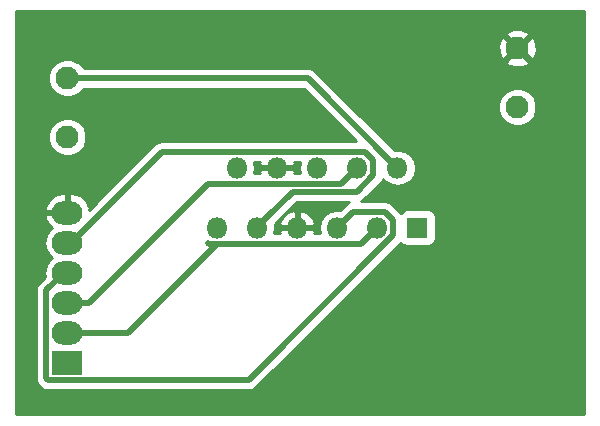
<source format=gbl>
G04 #@! TF.FileFunction,Copper,L2,Bot,Signal*
%FSLAX46Y46*%
G04 Gerber Fmt 4.6, Leading zero omitted, Abs format (unit mm)*
G04 Created by KiCad (PCBNEW 4.0.7+dfsg1-1ubuntu2) date Fri Sep 14 11:58:29 2018*
%MOMM*%
%LPD*%
G01*
G04 APERTURE LIST*
%ADD10C,0.100000*%
%ADD11C,1.950000*%
%ADD12R,1.800000X1.800000*%
%ADD13O,1.800000X1.800000*%
%ADD14R,2.600000X2.000000*%
%ADD15O,2.600000X2.000000*%
%ADD16C,0.500000*%
%ADD17C,0.254000*%
G04 APERTURE END LIST*
D10*
D11*
X113030000Y-25440000D03*
X113030000Y-30440000D03*
D12*
X104570000Y-40640000D03*
D13*
X102870000Y-35560000D03*
X101170000Y-40640000D03*
X99470000Y-35560000D03*
X97770000Y-40640000D03*
X96070000Y-35560000D03*
X94370000Y-40640000D03*
X92670000Y-35560000D03*
X90970000Y-40640000D03*
X89270000Y-35560000D03*
X87570000Y-40640000D03*
D14*
X74930000Y-52070000D03*
D15*
X74930000Y-49530000D03*
X74930000Y-46990000D03*
X74930000Y-44450000D03*
X74930000Y-41910000D03*
X74930000Y-39370000D03*
D11*
X74930000Y-27980000D03*
X74930000Y-32980000D03*
D16*
X74930000Y-27980000D02*
X95290000Y-27980000D01*
X95290000Y-27980000D02*
X102870000Y-35560000D01*
X86921999Y-41990001D02*
X87630000Y-41990001D01*
X87630000Y-41990001D02*
X99819999Y-41990001D01*
X74930000Y-49530000D02*
X80090001Y-49530000D01*
X80090001Y-49530000D02*
X87630000Y-41990001D01*
X86841998Y-41910000D02*
X86921999Y-41990001D01*
X99819999Y-41990001D02*
X100270001Y-41539999D01*
X100270001Y-41539999D02*
X101170000Y-40640000D01*
X74930000Y-46990000D02*
X76730000Y-46990000D01*
X76730000Y-46990000D02*
X86809999Y-36910001D01*
X86809999Y-36910001D02*
X98119999Y-36910001D01*
X98119999Y-36910001D02*
X98570001Y-36459999D01*
X98570001Y-36459999D02*
X99470000Y-35560000D01*
X74930000Y-44450000D02*
X74630000Y-44450000D01*
X74630000Y-44450000D02*
X73130000Y-45950000D01*
X73130000Y-45950000D02*
X73130000Y-53380002D01*
X73130000Y-53380002D02*
X73269999Y-53520001D01*
X73269999Y-53520001D02*
X90288001Y-53520001D01*
X90288001Y-53520001D02*
X102520001Y-41288001D01*
X102520001Y-41288001D02*
X102520001Y-39991999D01*
X102520001Y-39991999D02*
X101818001Y-39289999D01*
X101818001Y-39289999D02*
X99120001Y-39289999D01*
X99120001Y-39289999D02*
X98669999Y-39740001D01*
X98669999Y-39740001D02*
X97770000Y-40640000D01*
X74930000Y-41910000D02*
X75230000Y-41910000D01*
X75230000Y-41910000D02*
X82930001Y-34209999D01*
X82930001Y-34209999D02*
X100118001Y-34209999D01*
X100118001Y-34209999D02*
X100820001Y-34911999D01*
X100820001Y-34911999D02*
X100820001Y-36208001D01*
X100820001Y-36208001D02*
X99417991Y-37610011D01*
X99417991Y-37610011D02*
X93999989Y-37610011D01*
X93999989Y-37610011D02*
X91869999Y-39740001D01*
X91869999Y-39740001D02*
X90970000Y-40640000D01*
D17*
G36*
X118670000Y-56440000D02*
X70560000Y-56440000D01*
X70560000Y-45950000D01*
X72244999Y-45950000D01*
X72245000Y-45950005D01*
X72245000Y-53379997D01*
X72244999Y-53380002D01*
X72273134Y-53521441D01*
X72312367Y-53718677D01*
X72405910Y-53858675D01*
X72504210Y-54005792D01*
X72644207Y-54145788D01*
X72644209Y-54145791D01*
X72931324Y-54337634D01*
X73269999Y-54405001D01*
X90287996Y-54405001D01*
X90288001Y-54405002D01*
X90570485Y-54348811D01*
X90626676Y-54337634D01*
X90913791Y-54145791D01*
X90913792Y-54145790D01*
X103145788Y-41913793D01*
X103145791Y-41913791D01*
X103150963Y-41906051D01*
X103205910Y-41991441D01*
X103418110Y-42136431D01*
X103670000Y-42187440D01*
X105470000Y-42187440D01*
X105705317Y-42143162D01*
X105921441Y-42004090D01*
X106066431Y-41791890D01*
X106117440Y-41540000D01*
X106117440Y-39740000D01*
X106073162Y-39504683D01*
X105934090Y-39288559D01*
X105721890Y-39143569D01*
X105470000Y-39092560D01*
X103670000Y-39092560D01*
X103434683Y-39136838D01*
X103218559Y-39275910D01*
X103151264Y-39374400D01*
X103145791Y-39366209D01*
X103145788Y-39366207D01*
X102443791Y-38664209D01*
X102156676Y-38472366D01*
X102100485Y-38461189D01*
X101818001Y-38404998D01*
X101817996Y-38404999D01*
X99790557Y-38404999D01*
X100043781Y-38235801D01*
X100043782Y-38235800D01*
X101445788Y-36833793D01*
X101445791Y-36833791D01*
X101621163Y-36571327D01*
X101637635Y-36546675D01*
X101649314Y-36487959D01*
X101754519Y-36645409D01*
X102252509Y-36978155D01*
X102839928Y-37095000D01*
X102900072Y-37095000D01*
X103487491Y-36978155D01*
X103985481Y-36645409D01*
X104318227Y-36147419D01*
X104435072Y-35560000D01*
X104318227Y-34972581D01*
X103985481Y-34474591D01*
X103487491Y-34141845D01*
X102900072Y-34025000D01*
X102839928Y-34025000D01*
X102628612Y-34067033D01*
X99320424Y-30758844D01*
X111419721Y-30758844D01*
X111664312Y-31350800D01*
X112116817Y-31804096D01*
X112708346Y-32049720D01*
X113348844Y-32050279D01*
X113940800Y-31805688D01*
X114394096Y-31353183D01*
X114639720Y-30761654D01*
X114640279Y-30121156D01*
X114395688Y-29529200D01*
X113943183Y-29075904D01*
X113351654Y-28830280D01*
X112711156Y-28829721D01*
X112119200Y-29074312D01*
X111665904Y-29526817D01*
X111420280Y-30118346D01*
X111419721Y-30758844D01*
X99320424Y-30758844D01*
X95915790Y-27354210D01*
X95628675Y-27162367D01*
X95572484Y-27151190D01*
X95290000Y-27094999D01*
X95289995Y-27095000D01*
X76306348Y-27095000D01*
X76295688Y-27069200D01*
X75843183Y-26615904D01*
X75743332Y-26574442D01*
X112075163Y-26574442D01*
X112170763Y-26838704D01*
X112771429Y-27061049D01*
X113411461Y-27036605D01*
X113889237Y-26838704D01*
X113984837Y-26574442D01*
X113030000Y-25619605D01*
X112075163Y-26574442D01*
X75743332Y-26574442D01*
X75251654Y-26370280D01*
X74611156Y-26369721D01*
X74019200Y-26614312D01*
X73565904Y-27066817D01*
X73320280Y-27658346D01*
X73319721Y-28298844D01*
X73564312Y-28890800D01*
X74016817Y-29344096D01*
X74608346Y-29589720D01*
X75248844Y-29590279D01*
X75840800Y-29345688D01*
X76294096Y-28893183D01*
X76305799Y-28865000D01*
X94923420Y-28865000D01*
X99383420Y-33324999D01*
X82930006Y-33324999D01*
X82930001Y-33324998D01*
X82647517Y-33381189D01*
X82591326Y-33392366D01*
X82304211Y-33584209D01*
X82304209Y-33584212D01*
X76750048Y-39138372D01*
X76820124Y-38989566D01*
X76789144Y-38861645D01*
X76475922Y-38303683D01*
X75973020Y-37908058D01*
X75357000Y-37735000D01*
X75057000Y-37735000D01*
X75057000Y-39243000D01*
X75077000Y-39243000D01*
X75077000Y-39497000D01*
X75057000Y-39497000D01*
X75057000Y-39517000D01*
X74803000Y-39517000D01*
X74803000Y-39497000D01*
X73159223Y-39497000D01*
X73039876Y-39750434D01*
X73070856Y-39878355D01*
X73384078Y-40436317D01*
X73626188Y-40626781D01*
X73435971Y-40753880D01*
X73081548Y-41284313D01*
X72957091Y-41910000D01*
X73081548Y-42535687D01*
X73435971Y-43066120D01*
X73606405Y-43180000D01*
X73435971Y-43293880D01*
X73081548Y-43824313D01*
X72957091Y-44450000D01*
X73026994Y-44801426D01*
X72504210Y-45324210D01*
X72312367Y-45611325D01*
X72312367Y-45611326D01*
X72244999Y-45950000D01*
X70560000Y-45950000D01*
X70560000Y-38989566D01*
X73039876Y-38989566D01*
X73159223Y-39243000D01*
X74803000Y-39243000D01*
X74803000Y-37735000D01*
X74503000Y-37735000D01*
X73886980Y-37908058D01*
X73384078Y-38303683D01*
X73070856Y-38861645D01*
X73039876Y-38989566D01*
X70560000Y-38989566D01*
X70560000Y-33298844D01*
X73319721Y-33298844D01*
X73564312Y-33890800D01*
X74016817Y-34344096D01*
X74608346Y-34589720D01*
X75248844Y-34590279D01*
X75840800Y-34345688D01*
X76294096Y-33893183D01*
X76539720Y-33301654D01*
X76540279Y-32661156D01*
X76295688Y-32069200D01*
X75843183Y-31615904D01*
X75251654Y-31370280D01*
X74611156Y-31369721D01*
X74019200Y-31614312D01*
X73565904Y-32066817D01*
X73320280Y-32658346D01*
X73319721Y-33298844D01*
X70560000Y-33298844D01*
X70560000Y-25181429D01*
X111408951Y-25181429D01*
X111433395Y-25821461D01*
X111631296Y-26299237D01*
X111895558Y-26394837D01*
X112850395Y-25440000D01*
X113209605Y-25440000D01*
X114164442Y-26394837D01*
X114428704Y-26299237D01*
X114651049Y-25698571D01*
X114626605Y-25058539D01*
X114428704Y-24580763D01*
X114164442Y-24485163D01*
X113209605Y-25440000D01*
X112850395Y-25440000D01*
X111895558Y-24485163D01*
X111631296Y-24580763D01*
X111408951Y-25181429D01*
X70560000Y-25181429D01*
X70560000Y-24305558D01*
X112075163Y-24305558D01*
X113030000Y-25260395D01*
X113984837Y-24305558D01*
X113889237Y-24041296D01*
X113288571Y-23818951D01*
X112648539Y-23843395D01*
X112170763Y-24041296D01*
X112075163Y-24305558D01*
X70560000Y-24305558D01*
X70560000Y-22300000D01*
X118670000Y-22300000D01*
X118670000Y-56440000D01*
X118670000Y-56440000D01*
G37*
X118670000Y-56440000D02*
X70560000Y-56440000D01*
X70560000Y-45950000D01*
X72244999Y-45950000D01*
X72245000Y-45950005D01*
X72245000Y-53379997D01*
X72244999Y-53380002D01*
X72273134Y-53521441D01*
X72312367Y-53718677D01*
X72405910Y-53858675D01*
X72504210Y-54005792D01*
X72644207Y-54145788D01*
X72644209Y-54145791D01*
X72931324Y-54337634D01*
X73269999Y-54405001D01*
X90287996Y-54405001D01*
X90288001Y-54405002D01*
X90570485Y-54348811D01*
X90626676Y-54337634D01*
X90913791Y-54145791D01*
X90913792Y-54145790D01*
X103145788Y-41913793D01*
X103145791Y-41913791D01*
X103150963Y-41906051D01*
X103205910Y-41991441D01*
X103418110Y-42136431D01*
X103670000Y-42187440D01*
X105470000Y-42187440D01*
X105705317Y-42143162D01*
X105921441Y-42004090D01*
X106066431Y-41791890D01*
X106117440Y-41540000D01*
X106117440Y-39740000D01*
X106073162Y-39504683D01*
X105934090Y-39288559D01*
X105721890Y-39143569D01*
X105470000Y-39092560D01*
X103670000Y-39092560D01*
X103434683Y-39136838D01*
X103218559Y-39275910D01*
X103151264Y-39374400D01*
X103145791Y-39366209D01*
X103145788Y-39366207D01*
X102443791Y-38664209D01*
X102156676Y-38472366D01*
X102100485Y-38461189D01*
X101818001Y-38404998D01*
X101817996Y-38404999D01*
X99790557Y-38404999D01*
X100043781Y-38235801D01*
X100043782Y-38235800D01*
X101445788Y-36833793D01*
X101445791Y-36833791D01*
X101621163Y-36571327D01*
X101637635Y-36546675D01*
X101649314Y-36487959D01*
X101754519Y-36645409D01*
X102252509Y-36978155D01*
X102839928Y-37095000D01*
X102900072Y-37095000D01*
X103487491Y-36978155D01*
X103985481Y-36645409D01*
X104318227Y-36147419D01*
X104435072Y-35560000D01*
X104318227Y-34972581D01*
X103985481Y-34474591D01*
X103487491Y-34141845D01*
X102900072Y-34025000D01*
X102839928Y-34025000D01*
X102628612Y-34067033D01*
X99320424Y-30758844D01*
X111419721Y-30758844D01*
X111664312Y-31350800D01*
X112116817Y-31804096D01*
X112708346Y-32049720D01*
X113348844Y-32050279D01*
X113940800Y-31805688D01*
X114394096Y-31353183D01*
X114639720Y-30761654D01*
X114640279Y-30121156D01*
X114395688Y-29529200D01*
X113943183Y-29075904D01*
X113351654Y-28830280D01*
X112711156Y-28829721D01*
X112119200Y-29074312D01*
X111665904Y-29526817D01*
X111420280Y-30118346D01*
X111419721Y-30758844D01*
X99320424Y-30758844D01*
X95915790Y-27354210D01*
X95628675Y-27162367D01*
X95572484Y-27151190D01*
X95290000Y-27094999D01*
X95289995Y-27095000D01*
X76306348Y-27095000D01*
X76295688Y-27069200D01*
X75843183Y-26615904D01*
X75743332Y-26574442D01*
X112075163Y-26574442D01*
X112170763Y-26838704D01*
X112771429Y-27061049D01*
X113411461Y-27036605D01*
X113889237Y-26838704D01*
X113984837Y-26574442D01*
X113030000Y-25619605D01*
X112075163Y-26574442D01*
X75743332Y-26574442D01*
X75251654Y-26370280D01*
X74611156Y-26369721D01*
X74019200Y-26614312D01*
X73565904Y-27066817D01*
X73320280Y-27658346D01*
X73319721Y-28298844D01*
X73564312Y-28890800D01*
X74016817Y-29344096D01*
X74608346Y-29589720D01*
X75248844Y-29590279D01*
X75840800Y-29345688D01*
X76294096Y-28893183D01*
X76305799Y-28865000D01*
X94923420Y-28865000D01*
X99383420Y-33324999D01*
X82930006Y-33324999D01*
X82930001Y-33324998D01*
X82647517Y-33381189D01*
X82591326Y-33392366D01*
X82304211Y-33584209D01*
X82304209Y-33584212D01*
X76750048Y-39138372D01*
X76820124Y-38989566D01*
X76789144Y-38861645D01*
X76475922Y-38303683D01*
X75973020Y-37908058D01*
X75357000Y-37735000D01*
X75057000Y-37735000D01*
X75057000Y-39243000D01*
X75077000Y-39243000D01*
X75077000Y-39497000D01*
X75057000Y-39497000D01*
X75057000Y-39517000D01*
X74803000Y-39517000D01*
X74803000Y-39497000D01*
X73159223Y-39497000D01*
X73039876Y-39750434D01*
X73070856Y-39878355D01*
X73384078Y-40436317D01*
X73626188Y-40626781D01*
X73435971Y-40753880D01*
X73081548Y-41284313D01*
X72957091Y-41910000D01*
X73081548Y-42535687D01*
X73435971Y-43066120D01*
X73606405Y-43180000D01*
X73435971Y-43293880D01*
X73081548Y-43824313D01*
X72957091Y-44450000D01*
X73026994Y-44801426D01*
X72504210Y-45324210D01*
X72312367Y-45611325D01*
X72312367Y-45611326D01*
X72244999Y-45950000D01*
X70560000Y-45950000D01*
X70560000Y-38989566D01*
X73039876Y-38989566D01*
X73159223Y-39243000D01*
X74803000Y-39243000D01*
X74803000Y-37735000D01*
X74503000Y-37735000D01*
X73886980Y-37908058D01*
X73384078Y-38303683D01*
X73070856Y-38861645D01*
X73039876Y-38989566D01*
X70560000Y-38989566D01*
X70560000Y-33298844D01*
X73319721Y-33298844D01*
X73564312Y-33890800D01*
X74016817Y-34344096D01*
X74608346Y-34589720D01*
X75248844Y-34590279D01*
X75840800Y-34345688D01*
X76294096Y-33893183D01*
X76539720Y-33301654D01*
X76540279Y-32661156D01*
X76295688Y-32069200D01*
X75843183Y-31615904D01*
X75251654Y-31370280D01*
X74611156Y-31369721D01*
X74019200Y-31614312D01*
X73565904Y-32066817D01*
X73320280Y-32658346D01*
X73319721Y-33298844D01*
X70560000Y-33298844D01*
X70560000Y-25181429D01*
X111408951Y-25181429D01*
X111433395Y-25821461D01*
X111631296Y-26299237D01*
X111895558Y-26394837D01*
X112850395Y-25440000D01*
X113209605Y-25440000D01*
X114164442Y-26394837D01*
X114428704Y-26299237D01*
X114651049Y-25698571D01*
X114626605Y-25058539D01*
X114428704Y-24580763D01*
X114164442Y-24485163D01*
X113209605Y-25440000D01*
X112850395Y-25440000D01*
X111895558Y-24485163D01*
X111631296Y-24580763D01*
X111408951Y-25181429D01*
X70560000Y-25181429D01*
X70560000Y-24305558D01*
X112075163Y-24305558D01*
X113030000Y-25260395D01*
X113984837Y-24305558D01*
X113889237Y-24041296D01*
X113288571Y-23818951D01*
X112648539Y-23843395D01*
X112170763Y-24041296D01*
X112075163Y-24305558D01*
X70560000Y-24305558D01*
X70560000Y-22300000D01*
X118670000Y-22300000D01*
X118670000Y-56440000D01*
G36*
X98494211Y-38664209D02*
X98494209Y-38664212D01*
X98044209Y-39114211D01*
X98044207Y-39114214D01*
X98011388Y-39147033D01*
X97800072Y-39105000D01*
X97739928Y-39105000D01*
X97152509Y-39221845D01*
X96654519Y-39554591D01*
X96321773Y-40052581D01*
X96204928Y-40640000D01*
X96297423Y-41105001D01*
X95819509Y-41105001D01*
X95861036Y-41004740D01*
X95740378Y-40767000D01*
X94497000Y-40767000D01*
X94497000Y-40787000D01*
X94243000Y-40787000D01*
X94243000Y-40767000D01*
X92999622Y-40767000D01*
X92878964Y-41004740D01*
X92920491Y-41105001D01*
X92442577Y-41105001D01*
X92535072Y-40640000D01*
X92483060Y-40378519D01*
X92495786Y-40365793D01*
X92495789Y-40365791D01*
X92586319Y-40275260D01*
X92878964Y-40275260D01*
X92999622Y-40513000D01*
X94243000Y-40513000D01*
X94243000Y-39269003D01*
X94497000Y-39269003D01*
X94497000Y-40513000D01*
X95740378Y-40513000D01*
X95861036Y-40275260D01*
X95682240Y-39843583D01*
X95277576Y-39402034D01*
X94734742Y-39148954D01*
X94497000Y-39269003D01*
X94243000Y-39269003D01*
X94005258Y-39148954D01*
X93462424Y-39402034D01*
X93057760Y-39843583D01*
X92878964Y-40275260D01*
X92586319Y-40275260D01*
X94366568Y-38495011D01*
X98747435Y-38495011D01*
X98494211Y-38664209D01*
X98494211Y-38664209D01*
G37*
X98494211Y-38664209D02*
X98494209Y-38664212D01*
X98044209Y-39114211D01*
X98044207Y-39114214D01*
X98011388Y-39147033D01*
X97800072Y-39105000D01*
X97739928Y-39105000D01*
X97152509Y-39221845D01*
X96654519Y-39554591D01*
X96321773Y-40052581D01*
X96204928Y-40640000D01*
X96297423Y-41105001D01*
X95819509Y-41105001D01*
X95861036Y-41004740D01*
X95740378Y-40767000D01*
X94497000Y-40767000D01*
X94497000Y-40787000D01*
X94243000Y-40787000D01*
X94243000Y-40767000D01*
X92999622Y-40767000D01*
X92878964Y-41004740D01*
X92920491Y-41105001D01*
X92442577Y-41105001D01*
X92535072Y-40640000D01*
X92483060Y-40378519D01*
X92495786Y-40365793D01*
X92495789Y-40365791D01*
X92586319Y-40275260D01*
X92878964Y-40275260D01*
X92999622Y-40513000D01*
X94243000Y-40513000D01*
X94243000Y-39269003D01*
X94497000Y-39269003D01*
X94497000Y-40513000D01*
X95740378Y-40513000D01*
X95861036Y-40275260D01*
X95682240Y-39843583D01*
X95277576Y-39402034D01*
X94734742Y-39148954D01*
X94497000Y-39269003D01*
X94243000Y-39269003D01*
X94005258Y-39148954D01*
X93462424Y-39402034D01*
X93057760Y-39843583D01*
X92878964Y-40275260D01*
X92586319Y-40275260D01*
X94366568Y-38495011D01*
X98747435Y-38495011D01*
X98494211Y-38664209D01*
G36*
X91178964Y-35195260D02*
X91299622Y-35433000D01*
X92543000Y-35433000D01*
X92543000Y-35413000D01*
X92797000Y-35413000D01*
X92797000Y-35433000D01*
X94040378Y-35433000D01*
X94161036Y-35195260D01*
X94119509Y-35094999D01*
X94597423Y-35094999D01*
X94504928Y-35560000D01*
X94597423Y-36025001D01*
X94119509Y-36025001D01*
X94161036Y-35924740D01*
X94040378Y-35687000D01*
X92797000Y-35687000D01*
X92797000Y-35707000D01*
X92543000Y-35707000D01*
X92543000Y-35687000D01*
X91299622Y-35687000D01*
X91178964Y-35924740D01*
X91220491Y-36025001D01*
X90742577Y-36025001D01*
X90835072Y-35560000D01*
X90742577Y-35094999D01*
X91220491Y-35094999D01*
X91178964Y-35195260D01*
X91178964Y-35195260D01*
G37*
X91178964Y-35195260D02*
X91299622Y-35433000D01*
X92543000Y-35433000D01*
X92543000Y-35413000D01*
X92797000Y-35413000D01*
X92797000Y-35433000D01*
X94040378Y-35433000D01*
X94161036Y-35195260D01*
X94119509Y-35094999D01*
X94597423Y-35094999D01*
X94504928Y-35560000D01*
X94597423Y-36025001D01*
X94119509Y-36025001D01*
X94161036Y-35924740D01*
X94040378Y-35687000D01*
X92797000Y-35687000D01*
X92797000Y-35707000D01*
X92543000Y-35707000D01*
X92543000Y-35687000D01*
X91299622Y-35687000D01*
X91178964Y-35924740D01*
X91220491Y-36025001D01*
X90742577Y-36025001D01*
X90835072Y-35560000D01*
X90742577Y-35094999D01*
X91220491Y-35094999D01*
X91178964Y-35195260D01*
M02*

</source>
